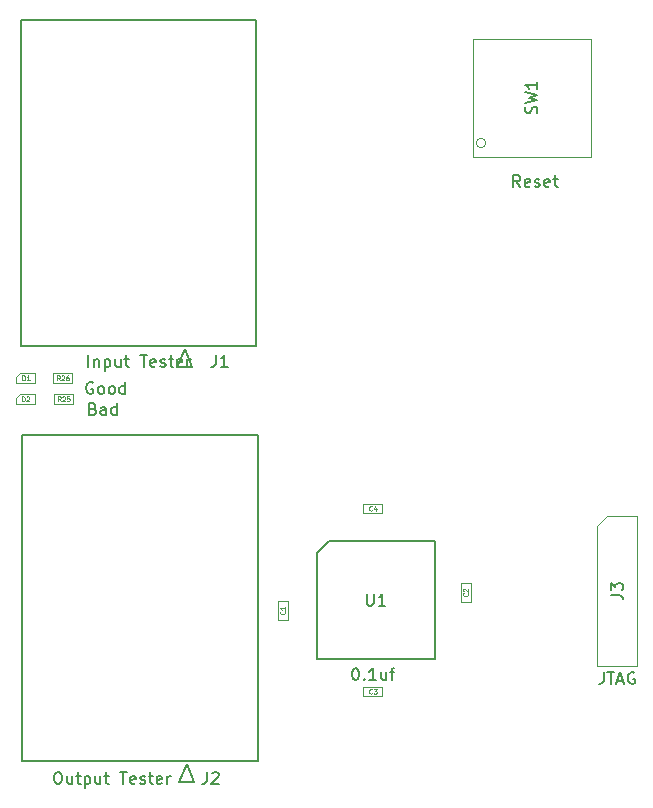
<source format=gbr>
%TF.GenerationSoftware,KiCad,Pcbnew,7.0.10*%
%TF.CreationDate,2024-02-20T17:57:49-08:00*%
%TF.ProjectId,HarnessTesterAll,4861726e-6573-4735-9465-73746572416c,rev?*%
%TF.SameCoordinates,Original*%
%TF.FileFunction,AssemblyDrawing,Top*%
%FSLAX46Y46*%
G04 Gerber Fmt 4.6, Leading zero omitted, Abs format (unit mm)*
G04 Created by KiCad (PCBNEW 7.0.10) date 2024-02-20 17:57:49*
%MOMM*%
%LPD*%
G01*
G04 APERTURE LIST*
%ADD10C,0.060000*%
%ADD11C,0.150000*%
%ADD12C,0.100000*%
%ADD13C,0.127000*%
G04 APERTURE END LIST*
D10*
X92122697Y-93527654D02*
X91989364Y-93337178D01*
X91894126Y-93527654D02*
X91894126Y-93127654D01*
X91894126Y-93127654D02*
X92046507Y-93127654D01*
X92046507Y-93127654D02*
X92084602Y-93146702D01*
X92084602Y-93146702D02*
X92103649Y-93165749D01*
X92103649Y-93165749D02*
X92122697Y-93203845D01*
X92122697Y-93203845D02*
X92122697Y-93260987D01*
X92122697Y-93260987D02*
X92103649Y-93299083D01*
X92103649Y-93299083D02*
X92084602Y-93318130D01*
X92084602Y-93318130D02*
X92046507Y-93337178D01*
X92046507Y-93337178D02*
X91894126Y-93337178D01*
X92275078Y-93165749D02*
X92294126Y-93146702D01*
X92294126Y-93146702D02*
X92332221Y-93127654D01*
X92332221Y-93127654D02*
X92427459Y-93127654D01*
X92427459Y-93127654D02*
X92465554Y-93146702D01*
X92465554Y-93146702D02*
X92484602Y-93165749D01*
X92484602Y-93165749D02*
X92503649Y-93203845D01*
X92503649Y-93203845D02*
X92503649Y-93241940D01*
X92503649Y-93241940D02*
X92484602Y-93299083D01*
X92484602Y-93299083D02*
X92256030Y-93527654D01*
X92256030Y-93527654D02*
X92503649Y-93527654D01*
X92846506Y-93127654D02*
X92770316Y-93127654D01*
X92770316Y-93127654D02*
X92732220Y-93146702D01*
X92732220Y-93146702D02*
X92713173Y-93165749D01*
X92713173Y-93165749D02*
X92675078Y-93222892D01*
X92675078Y-93222892D02*
X92656030Y-93299083D01*
X92656030Y-93299083D02*
X92656030Y-93451464D01*
X92656030Y-93451464D02*
X92675078Y-93489559D01*
X92675078Y-93489559D02*
X92694125Y-93508607D01*
X92694125Y-93508607D02*
X92732220Y-93527654D01*
X92732220Y-93527654D02*
X92808411Y-93527654D01*
X92808411Y-93527654D02*
X92846506Y-93508607D01*
X92846506Y-93508607D02*
X92865554Y-93489559D01*
X92865554Y-93489559D02*
X92884601Y-93451464D01*
X92884601Y-93451464D02*
X92884601Y-93356226D01*
X92884601Y-93356226D02*
X92865554Y-93318130D01*
X92865554Y-93318130D02*
X92846506Y-93299083D01*
X92846506Y-93299083D02*
X92808411Y-93280035D01*
X92808411Y-93280035D02*
X92732220Y-93280035D01*
X92732220Y-93280035D02*
X92694125Y-93299083D01*
X92694125Y-93299083D02*
X92675078Y-93318130D01*
X92675078Y-93318130D02*
X92656030Y-93356226D01*
D11*
X91877141Y-126708819D02*
X92067617Y-126708819D01*
X92067617Y-126708819D02*
X92162855Y-126756438D01*
X92162855Y-126756438D02*
X92258093Y-126851676D01*
X92258093Y-126851676D02*
X92305712Y-127042152D01*
X92305712Y-127042152D02*
X92305712Y-127375485D01*
X92305712Y-127375485D02*
X92258093Y-127565961D01*
X92258093Y-127565961D02*
X92162855Y-127661200D01*
X92162855Y-127661200D02*
X92067617Y-127708819D01*
X92067617Y-127708819D02*
X91877141Y-127708819D01*
X91877141Y-127708819D02*
X91781903Y-127661200D01*
X91781903Y-127661200D02*
X91686665Y-127565961D01*
X91686665Y-127565961D02*
X91639046Y-127375485D01*
X91639046Y-127375485D02*
X91639046Y-127042152D01*
X91639046Y-127042152D02*
X91686665Y-126851676D01*
X91686665Y-126851676D02*
X91781903Y-126756438D01*
X91781903Y-126756438D02*
X91877141Y-126708819D01*
X93162855Y-127042152D02*
X93162855Y-127708819D01*
X92734284Y-127042152D02*
X92734284Y-127565961D01*
X92734284Y-127565961D02*
X92781903Y-127661200D01*
X92781903Y-127661200D02*
X92877141Y-127708819D01*
X92877141Y-127708819D02*
X93019998Y-127708819D01*
X93019998Y-127708819D02*
X93115236Y-127661200D01*
X93115236Y-127661200D02*
X93162855Y-127613580D01*
X93496189Y-127042152D02*
X93877141Y-127042152D01*
X93639046Y-126708819D02*
X93639046Y-127565961D01*
X93639046Y-127565961D02*
X93686665Y-127661200D01*
X93686665Y-127661200D02*
X93781903Y-127708819D01*
X93781903Y-127708819D02*
X93877141Y-127708819D01*
X94210475Y-127042152D02*
X94210475Y-128042152D01*
X94210475Y-127089771D02*
X94305713Y-127042152D01*
X94305713Y-127042152D02*
X94496189Y-127042152D01*
X94496189Y-127042152D02*
X94591427Y-127089771D01*
X94591427Y-127089771D02*
X94639046Y-127137390D01*
X94639046Y-127137390D02*
X94686665Y-127232628D01*
X94686665Y-127232628D02*
X94686665Y-127518342D01*
X94686665Y-127518342D02*
X94639046Y-127613580D01*
X94639046Y-127613580D02*
X94591427Y-127661200D01*
X94591427Y-127661200D02*
X94496189Y-127708819D01*
X94496189Y-127708819D02*
X94305713Y-127708819D01*
X94305713Y-127708819D02*
X94210475Y-127661200D01*
X95543808Y-127042152D02*
X95543808Y-127708819D01*
X95115237Y-127042152D02*
X95115237Y-127565961D01*
X95115237Y-127565961D02*
X95162856Y-127661200D01*
X95162856Y-127661200D02*
X95258094Y-127708819D01*
X95258094Y-127708819D02*
X95400951Y-127708819D01*
X95400951Y-127708819D02*
X95496189Y-127661200D01*
X95496189Y-127661200D02*
X95543808Y-127613580D01*
X95877142Y-127042152D02*
X96258094Y-127042152D01*
X96019999Y-126708819D02*
X96019999Y-127565961D01*
X96019999Y-127565961D02*
X96067618Y-127661200D01*
X96067618Y-127661200D02*
X96162856Y-127708819D01*
X96162856Y-127708819D02*
X96258094Y-127708819D01*
X97210476Y-126708819D02*
X97781904Y-126708819D01*
X97496190Y-127708819D02*
X97496190Y-126708819D01*
X98496190Y-127661200D02*
X98400952Y-127708819D01*
X98400952Y-127708819D02*
X98210476Y-127708819D01*
X98210476Y-127708819D02*
X98115238Y-127661200D01*
X98115238Y-127661200D02*
X98067619Y-127565961D01*
X98067619Y-127565961D02*
X98067619Y-127185009D01*
X98067619Y-127185009D02*
X98115238Y-127089771D01*
X98115238Y-127089771D02*
X98210476Y-127042152D01*
X98210476Y-127042152D02*
X98400952Y-127042152D01*
X98400952Y-127042152D02*
X98496190Y-127089771D01*
X98496190Y-127089771D02*
X98543809Y-127185009D01*
X98543809Y-127185009D02*
X98543809Y-127280247D01*
X98543809Y-127280247D02*
X98067619Y-127375485D01*
X98924762Y-127661200D02*
X99020000Y-127708819D01*
X99020000Y-127708819D02*
X99210476Y-127708819D01*
X99210476Y-127708819D02*
X99305714Y-127661200D01*
X99305714Y-127661200D02*
X99353333Y-127565961D01*
X99353333Y-127565961D02*
X99353333Y-127518342D01*
X99353333Y-127518342D02*
X99305714Y-127423104D01*
X99305714Y-127423104D02*
X99210476Y-127375485D01*
X99210476Y-127375485D02*
X99067619Y-127375485D01*
X99067619Y-127375485D02*
X98972381Y-127327866D01*
X98972381Y-127327866D02*
X98924762Y-127232628D01*
X98924762Y-127232628D02*
X98924762Y-127185009D01*
X98924762Y-127185009D02*
X98972381Y-127089771D01*
X98972381Y-127089771D02*
X99067619Y-127042152D01*
X99067619Y-127042152D02*
X99210476Y-127042152D01*
X99210476Y-127042152D02*
X99305714Y-127089771D01*
X99639048Y-127042152D02*
X100020000Y-127042152D01*
X99781905Y-126708819D02*
X99781905Y-127565961D01*
X99781905Y-127565961D02*
X99829524Y-127661200D01*
X99829524Y-127661200D02*
X99924762Y-127708819D01*
X99924762Y-127708819D02*
X100020000Y-127708819D01*
X100734286Y-127661200D02*
X100639048Y-127708819D01*
X100639048Y-127708819D02*
X100448572Y-127708819D01*
X100448572Y-127708819D02*
X100353334Y-127661200D01*
X100353334Y-127661200D02*
X100305715Y-127565961D01*
X100305715Y-127565961D02*
X100305715Y-127185009D01*
X100305715Y-127185009D02*
X100353334Y-127089771D01*
X100353334Y-127089771D02*
X100448572Y-127042152D01*
X100448572Y-127042152D02*
X100639048Y-127042152D01*
X100639048Y-127042152D02*
X100734286Y-127089771D01*
X100734286Y-127089771D02*
X100781905Y-127185009D01*
X100781905Y-127185009D02*
X100781905Y-127280247D01*
X100781905Y-127280247D02*
X100305715Y-127375485D01*
X101210477Y-127708819D02*
X101210477Y-127042152D01*
X101210477Y-127232628D02*
X101258096Y-127137390D01*
X101258096Y-127137390D02*
X101305715Y-127089771D01*
X101305715Y-127089771D02*
X101400953Y-127042152D01*
X101400953Y-127042152D02*
X101496191Y-127042152D01*
X104568666Y-126708819D02*
X104568666Y-127423104D01*
X104568666Y-127423104D02*
X104521047Y-127565961D01*
X104521047Y-127565961D02*
X104425809Y-127661200D01*
X104425809Y-127661200D02*
X104282952Y-127708819D01*
X104282952Y-127708819D02*
X104187714Y-127708819D01*
X104997238Y-126804057D02*
X105044857Y-126756438D01*
X105044857Y-126756438D02*
X105140095Y-126708819D01*
X105140095Y-126708819D02*
X105378190Y-126708819D01*
X105378190Y-126708819D02*
X105473428Y-126756438D01*
X105473428Y-126756438D02*
X105521047Y-126804057D01*
X105521047Y-126804057D02*
X105568666Y-126899295D01*
X105568666Y-126899295D02*
X105568666Y-126994533D01*
X105568666Y-126994533D02*
X105521047Y-127137390D01*
X105521047Y-127137390D02*
X104949619Y-127708819D01*
X104949619Y-127708819D02*
X105568666Y-127708819D01*
X131095904Y-77162819D02*
X130762571Y-76686628D01*
X130524476Y-77162819D02*
X130524476Y-76162819D01*
X130524476Y-76162819D02*
X130905428Y-76162819D01*
X130905428Y-76162819D02*
X131000666Y-76210438D01*
X131000666Y-76210438D02*
X131048285Y-76258057D01*
X131048285Y-76258057D02*
X131095904Y-76353295D01*
X131095904Y-76353295D02*
X131095904Y-76496152D01*
X131095904Y-76496152D02*
X131048285Y-76591390D01*
X131048285Y-76591390D02*
X131000666Y-76639009D01*
X131000666Y-76639009D02*
X130905428Y-76686628D01*
X130905428Y-76686628D02*
X130524476Y-76686628D01*
X131905428Y-77115200D02*
X131810190Y-77162819D01*
X131810190Y-77162819D02*
X131619714Y-77162819D01*
X131619714Y-77162819D02*
X131524476Y-77115200D01*
X131524476Y-77115200D02*
X131476857Y-77019961D01*
X131476857Y-77019961D02*
X131476857Y-76639009D01*
X131476857Y-76639009D02*
X131524476Y-76543771D01*
X131524476Y-76543771D02*
X131619714Y-76496152D01*
X131619714Y-76496152D02*
X131810190Y-76496152D01*
X131810190Y-76496152D02*
X131905428Y-76543771D01*
X131905428Y-76543771D02*
X131953047Y-76639009D01*
X131953047Y-76639009D02*
X131953047Y-76734247D01*
X131953047Y-76734247D02*
X131476857Y-76829485D01*
X132334000Y-77115200D02*
X132429238Y-77162819D01*
X132429238Y-77162819D02*
X132619714Y-77162819D01*
X132619714Y-77162819D02*
X132714952Y-77115200D01*
X132714952Y-77115200D02*
X132762571Y-77019961D01*
X132762571Y-77019961D02*
X132762571Y-76972342D01*
X132762571Y-76972342D02*
X132714952Y-76877104D01*
X132714952Y-76877104D02*
X132619714Y-76829485D01*
X132619714Y-76829485D02*
X132476857Y-76829485D01*
X132476857Y-76829485D02*
X132381619Y-76781866D01*
X132381619Y-76781866D02*
X132334000Y-76686628D01*
X132334000Y-76686628D02*
X132334000Y-76639009D01*
X132334000Y-76639009D02*
X132381619Y-76543771D01*
X132381619Y-76543771D02*
X132476857Y-76496152D01*
X132476857Y-76496152D02*
X132619714Y-76496152D01*
X132619714Y-76496152D02*
X132714952Y-76543771D01*
X133572095Y-77115200D02*
X133476857Y-77162819D01*
X133476857Y-77162819D02*
X133286381Y-77162819D01*
X133286381Y-77162819D02*
X133191143Y-77115200D01*
X133191143Y-77115200D02*
X133143524Y-77019961D01*
X133143524Y-77019961D02*
X133143524Y-76639009D01*
X133143524Y-76639009D02*
X133191143Y-76543771D01*
X133191143Y-76543771D02*
X133286381Y-76496152D01*
X133286381Y-76496152D02*
X133476857Y-76496152D01*
X133476857Y-76496152D02*
X133572095Y-76543771D01*
X133572095Y-76543771D02*
X133619714Y-76639009D01*
X133619714Y-76639009D02*
X133619714Y-76734247D01*
X133619714Y-76734247D02*
X133143524Y-76829485D01*
X133905429Y-76496152D02*
X134286381Y-76496152D01*
X134048286Y-76162819D02*
X134048286Y-77019961D01*
X134048286Y-77019961D02*
X134095905Y-77115200D01*
X134095905Y-77115200D02*
X134191143Y-77162819D01*
X134191143Y-77162819D02*
X134286381Y-77162819D01*
X132487200Y-70929332D02*
X132534819Y-70786475D01*
X132534819Y-70786475D02*
X132534819Y-70548380D01*
X132534819Y-70548380D02*
X132487200Y-70453142D01*
X132487200Y-70453142D02*
X132439580Y-70405523D01*
X132439580Y-70405523D02*
X132344342Y-70357904D01*
X132344342Y-70357904D02*
X132249104Y-70357904D01*
X132249104Y-70357904D02*
X132153866Y-70405523D01*
X132153866Y-70405523D02*
X132106247Y-70453142D01*
X132106247Y-70453142D02*
X132058628Y-70548380D01*
X132058628Y-70548380D02*
X132011009Y-70738856D01*
X132011009Y-70738856D02*
X131963390Y-70834094D01*
X131963390Y-70834094D02*
X131915771Y-70881713D01*
X131915771Y-70881713D02*
X131820533Y-70929332D01*
X131820533Y-70929332D02*
X131725295Y-70929332D01*
X131725295Y-70929332D02*
X131630057Y-70881713D01*
X131630057Y-70881713D02*
X131582438Y-70834094D01*
X131582438Y-70834094D02*
X131534819Y-70738856D01*
X131534819Y-70738856D02*
X131534819Y-70500761D01*
X131534819Y-70500761D02*
X131582438Y-70357904D01*
X131534819Y-70024570D02*
X132534819Y-69786475D01*
X132534819Y-69786475D02*
X131820533Y-69595999D01*
X131820533Y-69595999D02*
X132534819Y-69405523D01*
X132534819Y-69405523D02*
X131534819Y-69167428D01*
X132534819Y-68262666D02*
X132534819Y-68834094D01*
X132534819Y-68548380D02*
X131534819Y-68548380D01*
X131534819Y-68548380D02*
X131677676Y-68643618D01*
X131677676Y-68643618D02*
X131772914Y-68738856D01*
X131772914Y-68738856D02*
X131820533Y-68834094D01*
X138152333Y-118243819D02*
X138152333Y-118958104D01*
X138152333Y-118958104D02*
X138104714Y-119100961D01*
X138104714Y-119100961D02*
X138009476Y-119196200D01*
X138009476Y-119196200D02*
X137866619Y-119243819D01*
X137866619Y-119243819D02*
X137771381Y-119243819D01*
X138485667Y-118243819D02*
X139057095Y-118243819D01*
X138771381Y-119243819D02*
X138771381Y-118243819D01*
X139342810Y-118958104D02*
X139819000Y-118958104D01*
X139247572Y-119243819D02*
X139580905Y-118243819D01*
X139580905Y-118243819D02*
X139914238Y-119243819D01*
X140771381Y-118291438D02*
X140676143Y-118243819D01*
X140676143Y-118243819D02*
X140533286Y-118243819D01*
X140533286Y-118243819D02*
X140390429Y-118291438D01*
X140390429Y-118291438D02*
X140295191Y-118386676D01*
X140295191Y-118386676D02*
X140247572Y-118481914D01*
X140247572Y-118481914D02*
X140199953Y-118672390D01*
X140199953Y-118672390D02*
X140199953Y-118815247D01*
X140199953Y-118815247D02*
X140247572Y-119005723D01*
X140247572Y-119005723D02*
X140295191Y-119100961D01*
X140295191Y-119100961D02*
X140390429Y-119196200D01*
X140390429Y-119196200D02*
X140533286Y-119243819D01*
X140533286Y-119243819D02*
X140628524Y-119243819D01*
X140628524Y-119243819D02*
X140771381Y-119196200D01*
X140771381Y-119196200D02*
X140819000Y-119148580D01*
X140819000Y-119148580D02*
X140819000Y-118815247D01*
X140819000Y-118815247D02*
X140628524Y-118815247D01*
X138773819Y-111712333D02*
X139488104Y-111712333D01*
X139488104Y-111712333D02*
X139630961Y-111759952D01*
X139630961Y-111759952D02*
X139726200Y-111855190D01*
X139726200Y-111855190D02*
X139773819Y-111998047D01*
X139773819Y-111998047D02*
X139773819Y-112093285D01*
X138773819Y-111331380D02*
X138773819Y-110712333D01*
X138773819Y-110712333D02*
X139154771Y-111045666D01*
X139154771Y-111045666D02*
X139154771Y-110902809D01*
X139154771Y-110902809D02*
X139202390Y-110807571D01*
X139202390Y-110807571D02*
X139250009Y-110759952D01*
X139250009Y-110759952D02*
X139345247Y-110712333D01*
X139345247Y-110712333D02*
X139583342Y-110712333D01*
X139583342Y-110712333D02*
X139678580Y-110759952D01*
X139678580Y-110759952D02*
X139726200Y-110807571D01*
X139726200Y-110807571D02*
X139773819Y-110902809D01*
X139773819Y-110902809D02*
X139773819Y-111188523D01*
X139773819Y-111188523D02*
X139726200Y-111283761D01*
X139726200Y-111283761D02*
X139678580Y-111331380D01*
D10*
X118551333Y-104537832D02*
X118532285Y-104556880D01*
X118532285Y-104556880D02*
X118475143Y-104575927D01*
X118475143Y-104575927D02*
X118437047Y-104575927D01*
X118437047Y-104575927D02*
X118379904Y-104556880D01*
X118379904Y-104556880D02*
X118341809Y-104518784D01*
X118341809Y-104518784D02*
X118322762Y-104480689D01*
X118322762Y-104480689D02*
X118303714Y-104404499D01*
X118303714Y-104404499D02*
X118303714Y-104347356D01*
X118303714Y-104347356D02*
X118322762Y-104271165D01*
X118322762Y-104271165D02*
X118341809Y-104233070D01*
X118341809Y-104233070D02*
X118379904Y-104194975D01*
X118379904Y-104194975D02*
X118437047Y-104175927D01*
X118437047Y-104175927D02*
X118475143Y-104175927D01*
X118475143Y-104175927D02*
X118532285Y-104194975D01*
X118532285Y-104194975D02*
X118551333Y-104214022D01*
X118894190Y-104309260D02*
X118894190Y-104575927D01*
X118798952Y-104156880D02*
X118703714Y-104442594D01*
X118703714Y-104442594D02*
X118951333Y-104442594D01*
X111141832Y-113096666D02*
X111160880Y-113115714D01*
X111160880Y-113115714D02*
X111179927Y-113172856D01*
X111179927Y-113172856D02*
X111179927Y-113210952D01*
X111179927Y-113210952D02*
X111160880Y-113268095D01*
X111160880Y-113268095D02*
X111122784Y-113306190D01*
X111122784Y-113306190D02*
X111084689Y-113325237D01*
X111084689Y-113325237D02*
X111008499Y-113344285D01*
X111008499Y-113344285D02*
X110951356Y-113344285D01*
X110951356Y-113344285D02*
X110875165Y-113325237D01*
X110875165Y-113325237D02*
X110837070Y-113306190D01*
X110837070Y-113306190D02*
X110798975Y-113268095D01*
X110798975Y-113268095D02*
X110779927Y-113210952D01*
X110779927Y-113210952D02*
X110779927Y-113172856D01*
X110779927Y-113172856D02*
X110798975Y-113115714D01*
X110798975Y-113115714D02*
X110818022Y-113096666D01*
X111179927Y-112715714D02*
X111179927Y-112944285D01*
X111179927Y-112829999D02*
X110779927Y-112829999D01*
X110779927Y-112829999D02*
X110837070Y-112868095D01*
X110837070Y-112868095D02*
X110875165Y-112906190D01*
X110875165Y-112906190D02*
X110894213Y-112944285D01*
D11*
X94924666Y-95943009D02*
X95067523Y-95990628D01*
X95067523Y-95990628D02*
X95115142Y-96038247D01*
X95115142Y-96038247D02*
X95162761Y-96133485D01*
X95162761Y-96133485D02*
X95162761Y-96276342D01*
X95162761Y-96276342D02*
X95115142Y-96371580D01*
X95115142Y-96371580D02*
X95067523Y-96419200D01*
X95067523Y-96419200D02*
X94972285Y-96466819D01*
X94972285Y-96466819D02*
X94591333Y-96466819D01*
X94591333Y-96466819D02*
X94591333Y-95466819D01*
X94591333Y-95466819D02*
X94924666Y-95466819D01*
X94924666Y-95466819D02*
X95019904Y-95514438D01*
X95019904Y-95514438D02*
X95067523Y-95562057D01*
X95067523Y-95562057D02*
X95115142Y-95657295D01*
X95115142Y-95657295D02*
X95115142Y-95752533D01*
X95115142Y-95752533D02*
X95067523Y-95847771D01*
X95067523Y-95847771D02*
X95019904Y-95895390D01*
X95019904Y-95895390D02*
X94924666Y-95943009D01*
X94924666Y-95943009D02*
X94591333Y-95943009D01*
X96019904Y-96466819D02*
X96019904Y-95943009D01*
X96019904Y-95943009D02*
X95972285Y-95847771D01*
X95972285Y-95847771D02*
X95877047Y-95800152D01*
X95877047Y-95800152D02*
X95686571Y-95800152D01*
X95686571Y-95800152D02*
X95591333Y-95847771D01*
X96019904Y-96419200D02*
X95924666Y-96466819D01*
X95924666Y-96466819D02*
X95686571Y-96466819D01*
X95686571Y-96466819D02*
X95591333Y-96419200D01*
X95591333Y-96419200D02*
X95543714Y-96323961D01*
X95543714Y-96323961D02*
X95543714Y-96228723D01*
X95543714Y-96228723D02*
X95591333Y-96133485D01*
X95591333Y-96133485D02*
X95686571Y-96085866D01*
X95686571Y-96085866D02*
X95924666Y-96085866D01*
X95924666Y-96085866D02*
X96019904Y-96038247D01*
X96924666Y-96466819D02*
X96924666Y-95466819D01*
X96924666Y-96419200D02*
X96829428Y-96466819D01*
X96829428Y-96466819D02*
X96638952Y-96466819D01*
X96638952Y-96466819D02*
X96543714Y-96419200D01*
X96543714Y-96419200D02*
X96496095Y-96371580D01*
X96496095Y-96371580D02*
X96448476Y-96276342D01*
X96448476Y-96276342D02*
X96448476Y-95990628D01*
X96448476Y-95990628D02*
X96496095Y-95895390D01*
X96496095Y-95895390D02*
X96543714Y-95847771D01*
X96543714Y-95847771D02*
X96638952Y-95800152D01*
X96638952Y-95800152D02*
X96829428Y-95800152D01*
X96829428Y-95800152D02*
X96924666Y-95847771D01*
D10*
X88925761Y-95304927D02*
X88925761Y-94904927D01*
X88925761Y-94904927D02*
X89020999Y-94904927D01*
X89020999Y-94904927D02*
X89078142Y-94923975D01*
X89078142Y-94923975D02*
X89116237Y-94962070D01*
X89116237Y-94962070D02*
X89135284Y-95000165D01*
X89135284Y-95000165D02*
X89154332Y-95076356D01*
X89154332Y-95076356D02*
X89154332Y-95133499D01*
X89154332Y-95133499D02*
X89135284Y-95209689D01*
X89135284Y-95209689D02*
X89116237Y-95247784D01*
X89116237Y-95247784D02*
X89078142Y-95285880D01*
X89078142Y-95285880D02*
X89020999Y-95304927D01*
X89020999Y-95304927D02*
X88925761Y-95304927D01*
X89306713Y-94943022D02*
X89325761Y-94923975D01*
X89325761Y-94923975D02*
X89363856Y-94904927D01*
X89363856Y-94904927D02*
X89459094Y-94904927D01*
X89459094Y-94904927D02*
X89497189Y-94923975D01*
X89497189Y-94923975D02*
X89516237Y-94943022D01*
X89516237Y-94943022D02*
X89535284Y-94981118D01*
X89535284Y-94981118D02*
X89535284Y-95019213D01*
X89535284Y-95019213D02*
X89516237Y-95076356D01*
X89516237Y-95076356D02*
X89287665Y-95304927D01*
X89287665Y-95304927D02*
X89535284Y-95304927D01*
X126635832Y-111559666D02*
X126654880Y-111578714D01*
X126654880Y-111578714D02*
X126673927Y-111635856D01*
X126673927Y-111635856D02*
X126673927Y-111673952D01*
X126673927Y-111673952D02*
X126654880Y-111731095D01*
X126654880Y-111731095D02*
X126616784Y-111769190D01*
X126616784Y-111769190D02*
X126578689Y-111788237D01*
X126578689Y-111788237D02*
X126502499Y-111807285D01*
X126502499Y-111807285D02*
X126445356Y-111807285D01*
X126445356Y-111807285D02*
X126369165Y-111788237D01*
X126369165Y-111788237D02*
X126331070Y-111769190D01*
X126331070Y-111769190D02*
X126292975Y-111731095D01*
X126292975Y-111731095D02*
X126273927Y-111673952D01*
X126273927Y-111673952D02*
X126273927Y-111635856D01*
X126273927Y-111635856D02*
X126292975Y-111578714D01*
X126292975Y-111578714D02*
X126312022Y-111559666D01*
X126312022Y-111407285D02*
X126292975Y-111388237D01*
X126292975Y-111388237D02*
X126273927Y-111350142D01*
X126273927Y-111350142D02*
X126273927Y-111254904D01*
X126273927Y-111254904D02*
X126292975Y-111216809D01*
X126292975Y-111216809D02*
X126312022Y-111197761D01*
X126312022Y-111197761D02*
X126350118Y-111178714D01*
X126350118Y-111178714D02*
X126388213Y-111178714D01*
X126388213Y-111178714D02*
X126445356Y-111197761D01*
X126445356Y-111197761D02*
X126673927Y-111426333D01*
X126673927Y-111426333D02*
X126673927Y-111178714D01*
D11*
X94916761Y-93736438D02*
X94821523Y-93688819D01*
X94821523Y-93688819D02*
X94678666Y-93688819D01*
X94678666Y-93688819D02*
X94535809Y-93736438D01*
X94535809Y-93736438D02*
X94440571Y-93831676D01*
X94440571Y-93831676D02*
X94392952Y-93926914D01*
X94392952Y-93926914D02*
X94345333Y-94117390D01*
X94345333Y-94117390D02*
X94345333Y-94260247D01*
X94345333Y-94260247D02*
X94392952Y-94450723D01*
X94392952Y-94450723D02*
X94440571Y-94545961D01*
X94440571Y-94545961D02*
X94535809Y-94641200D01*
X94535809Y-94641200D02*
X94678666Y-94688819D01*
X94678666Y-94688819D02*
X94773904Y-94688819D01*
X94773904Y-94688819D02*
X94916761Y-94641200D01*
X94916761Y-94641200D02*
X94964380Y-94593580D01*
X94964380Y-94593580D02*
X94964380Y-94260247D01*
X94964380Y-94260247D02*
X94773904Y-94260247D01*
X95535809Y-94688819D02*
X95440571Y-94641200D01*
X95440571Y-94641200D02*
X95392952Y-94593580D01*
X95392952Y-94593580D02*
X95345333Y-94498342D01*
X95345333Y-94498342D02*
X95345333Y-94212628D01*
X95345333Y-94212628D02*
X95392952Y-94117390D01*
X95392952Y-94117390D02*
X95440571Y-94069771D01*
X95440571Y-94069771D02*
X95535809Y-94022152D01*
X95535809Y-94022152D02*
X95678666Y-94022152D01*
X95678666Y-94022152D02*
X95773904Y-94069771D01*
X95773904Y-94069771D02*
X95821523Y-94117390D01*
X95821523Y-94117390D02*
X95869142Y-94212628D01*
X95869142Y-94212628D02*
X95869142Y-94498342D01*
X95869142Y-94498342D02*
X95821523Y-94593580D01*
X95821523Y-94593580D02*
X95773904Y-94641200D01*
X95773904Y-94641200D02*
X95678666Y-94688819D01*
X95678666Y-94688819D02*
X95535809Y-94688819D01*
X96440571Y-94688819D02*
X96345333Y-94641200D01*
X96345333Y-94641200D02*
X96297714Y-94593580D01*
X96297714Y-94593580D02*
X96250095Y-94498342D01*
X96250095Y-94498342D02*
X96250095Y-94212628D01*
X96250095Y-94212628D02*
X96297714Y-94117390D01*
X96297714Y-94117390D02*
X96345333Y-94069771D01*
X96345333Y-94069771D02*
X96440571Y-94022152D01*
X96440571Y-94022152D02*
X96583428Y-94022152D01*
X96583428Y-94022152D02*
X96678666Y-94069771D01*
X96678666Y-94069771D02*
X96726285Y-94117390D01*
X96726285Y-94117390D02*
X96773904Y-94212628D01*
X96773904Y-94212628D02*
X96773904Y-94498342D01*
X96773904Y-94498342D02*
X96726285Y-94593580D01*
X96726285Y-94593580D02*
X96678666Y-94641200D01*
X96678666Y-94641200D02*
X96583428Y-94688819D01*
X96583428Y-94688819D02*
X96440571Y-94688819D01*
X97631047Y-94688819D02*
X97631047Y-93688819D01*
X97631047Y-94641200D02*
X97535809Y-94688819D01*
X97535809Y-94688819D02*
X97345333Y-94688819D01*
X97345333Y-94688819D02*
X97250095Y-94641200D01*
X97250095Y-94641200D02*
X97202476Y-94593580D01*
X97202476Y-94593580D02*
X97154857Y-94498342D01*
X97154857Y-94498342D02*
X97154857Y-94212628D01*
X97154857Y-94212628D02*
X97202476Y-94117390D01*
X97202476Y-94117390D02*
X97250095Y-94069771D01*
X97250095Y-94069771D02*
X97345333Y-94022152D01*
X97345333Y-94022152D02*
X97535809Y-94022152D01*
X97535809Y-94022152D02*
X97631047Y-94069771D01*
D10*
X88948102Y-93527654D02*
X88948102Y-93127654D01*
X88948102Y-93127654D02*
X89043340Y-93127654D01*
X89043340Y-93127654D02*
X89100483Y-93146702D01*
X89100483Y-93146702D02*
X89138578Y-93184797D01*
X89138578Y-93184797D02*
X89157625Y-93222892D01*
X89157625Y-93222892D02*
X89176673Y-93299083D01*
X89176673Y-93299083D02*
X89176673Y-93356226D01*
X89176673Y-93356226D02*
X89157625Y-93432416D01*
X89157625Y-93432416D02*
X89138578Y-93470511D01*
X89138578Y-93470511D02*
X89100483Y-93508607D01*
X89100483Y-93508607D02*
X89043340Y-93527654D01*
X89043340Y-93527654D02*
X88948102Y-93527654D01*
X89557625Y-93527654D02*
X89329054Y-93527654D01*
X89443340Y-93527654D02*
X89443340Y-93127654D01*
X89443340Y-93127654D02*
X89405244Y-93184797D01*
X89405244Y-93184797D02*
X89367149Y-93222892D01*
X89367149Y-93222892D02*
X89329054Y-93241940D01*
D11*
X117118000Y-117912819D02*
X117213238Y-117912819D01*
X117213238Y-117912819D02*
X117308476Y-117960438D01*
X117308476Y-117960438D02*
X117356095Y-118008057D01*
X117356095Y-118008057D02*
X117403714Y-118103295D01*
X117403714Y-118103295D02*
X117451333Y-118293771D01*
X117451333Y-118293771D02*
X117451333Y-118531866D01*
X117451333Y-118531866D02*
X117403714Y-118722342D01*
X117403714Y-118722342D02*
X117356095Y-118817580D01*
X117356095Y-118817580D02*
X117308476Y-118865200D01*
X117308476Y-118865200D02*
X117213238Y-118912819D01*
X117213238Y-118912819D02*
X117118000Y-118912819D01*
X117118000Y-118912819D02*
X117022762Y-118865200D01*
X117022762Y-118865200D02*
X116975143Y-118817580D01*
X116975143Y-118817580D02*
X116927524Y-118722342D01*
X116927524Y-118722342D02*
X116879905Y-118531866D01*
X116879905Y-118531866D02*
X116879905Y-118293771D01*
X116879905Y-118293771D02*
X116927524Y-118103295D01*
X116927524Y-118103295D02*
X116975143Y-118008057D01*
X116975143Y-118008057D02*
X117022762Y-117960438D01*
X117022762Y-117960438D02*
X117118000Y-117912819D01*
X117879905Y-118817580D02*
X117927524Y-118865200D01*
X117927524Y-118865200D02*
X117879905Y-118912819D01*
X117879905Y-118912819D02*
X117832286Y-118865200D01*
X117832286Y-118865200D02*
X117879905Y-118817580D01*
X117879905Y-118817580D02*
X117879905Y-118912819D01*
X118879904Y-118912819D02*
X118308476Y-118912819D01*
X118594190Y-118912819D02*
X118594190Y-117912819D01*
X118594190Y-117912819D02*
X118498952Y-118055676D01*
X118498952Y-118055676D02*
X118403714Y-118150914D01*
X118403714Y-118150914D02*
X118308476Y-118198533D01*
X119737047Y-118246152D02*
X119737047Y-118912819D01*
X119308476Y-118246152D02*
X119308476Y-118769961D01*
X119308476Y-118769961D02*
X119356095Y-118865200D01*
X119356095Y-118865200D02*
X119451333Y-118912819D01*
X119451333Y-118912819D02*
X119594190Y-118912819D01*
X119594190Y-118912819D02*
X119689428Y-118865200D01*
X119689428Y-118865200D02*
X119737047Y-118817580D01*
X120070381Y-118246152D02*
X120451333Y-118246152D01*
X120213238Y-118912819D02*
X120213238Y-118055676D01*
X120213238Y-118055676D02*
X120260857Y-117960438D01*
X120260857Y-117960438D02*
X120356095Y-117912819D01*
X120356095Y-117912819D02*
X120451333Y-117912819D01*
D10*
X118551333Y-120031832D02*
X118532285Y-120050880D01*
X118532285Y-120050880D02*
X118475143Y-120069927D01*
X118475143Y-120069927D02*
X118437047Y-120069927D01*
X118437047Y-120069927D02*
X118379904Y-120050880D01*
X118379904Y-120050880D02*
X118341809Y-120012784D01*
X118341809Y-120012784D02*
X118322762Y-119974689D01*
X118322762Y-119974689D02*
X118303714Y-119898499D01*
X118303714Y-119898499D02*
X118303714Y-119841356D01*
X118303714Y-119841356D02*
X118322762Y-119765165D01*
X118322762Y-119765165D02*
X118341809Y-119727070D01*
X118341809Y-119727070D02*
X118379904Y-119688975D01*
X118379904Y-119688975D02*
X118437047Y-119669927D01*
X118437047Y-119669927D02*
X118475143Y-119669927D01*
X118475143Y-119669927D02*
X118532285Y-119688975D01*
X118532285Y-119688975D02*
X118551333Y-119708022D01*
X118684666Y-119669927D02*
X118932285Y-119669927D01*
X118932285Y-119669927D02*
X118798952Y-119822308D01*
X118798952Y-119822308D02*
X118856095Y-119822308D01*
X118856095Y-119822308D02*
X118894190Y-119841356D01*
X118894190Y-119841356D02*
X118913238Y-119860403D01*
X118913238Y-119860403D02*
X118932285Y-119898499D01*
X118932285Y-119898499D02*
X118932285Y-119993737D01*
X118932285Y-119993737D02*
X118913238Y-120031832D01*
X118913238Y-120031832D02*
X118894190Y-120050880D01*
X118894190Y-120050880D02*
X118856095Y-120069927D01*
X118856095Y-120069927D02*
X118741809Y-120069927D01*
X118741809Y-120069927D02*
X118703714Y-120050880D01*
X118703714Y-120050880D02*
X118684666Y-120031832D01*
X92176356Y-95304927D02*
X92043023Y-95114451D01*
X91947785Y-95304927D02*
X91947785Y-94904927D01*
X91947785Y-94904927D02*
X92100166Y-94904927D01*
X92100166Y-94904927D02*
X92138261Y-94923975D01*
X92138261Y-94923975D02*
X92157308Y-94943022D01*
X92157308Y-94943022D02*
X92176356Y-94981118D01*
X92176356Y-94981118D02*
X92176356Y-95038260D01*
X92176356Y-95038260D02*
X92157308Y-95076356D01*
X92157308Y-95076356D02*
X92138261Y-95095403D01*
X92138261Y-95095403D02*
X92100166Y-95114451D01*
X92100166Y-95114451D02*
X91947785Y-95114451D01*
X92328737Y-94943022D02*
X92347785Y-94923975D01*
X92347785Y-94923975D02*
X92385880Y-94904927D01*
X92385880Y-94904927D02*
X92481118Y-94904927D01*
X92481118Y-94904927D02*
X92519213Y-94923975D01*
X92519213Y-94923975D02*
X92538261Y-94943022D01*
X92538261Y-94943022D02*
X92557308Y-94981118D01*
X92557308Y-94981118D02*
X92557308Y-95019213D01*
X92557308Y-95019213D02*
X92538261Y-95076356D01*
X92538261Y-95076356D02*
X92309689Y-95304927D01*
X92309689Y-95304927D02*
X92557308Y-95304927D01*
X92919213Y-94904927D02*
X92728737Y-94904927D01*
X92728737Y-94904927D02*
X92709689Y-95095403D01*
X92709689Y-95095403D02*
X92728737Y-95076356D01*
X92728737Y-95076356D02*
X92766832Y-95057308D01*
X92766832Y-95057308D02*
X92862070Y-95057308D01*
X92862070Y-95057308D02*
X92900165Y-95076356D01*
X92900165Y-95076356D02*
X92919213Y-95095403D01*
X92919213Y-95095403D02*
X92938260Y-95133499D01*
X92938260Y-95133499D02*
X92938260Y-95228737D01*
X92938260Y-95228737D02*
X92919213Y-95266832D01*
X92919213Y-95266832D02*
X92900165Y-95285880D01*
X92900165Y-95285880D02*
X92862070Y-95304927D01*
X92862070Y-95304927D02*
X92766832Y-95304927D01*
X92766832Y-95304927D02*
X92728737Y-95285880D01*
X92728737Y-95285880D02*
X92709689Y-95266832D01*
D11*
X94544094Y-92402819D02*
X94544094Y-91402819D01*
X95020284Y-91736152D02*
X95020284Y-92402819D01*
X95020284Y-91831390D02*
X95067903Y-91783771D01*
X95067903Y-91783771D02*
X95163141Y-91736152D01*
X95163141Y-91736152D02*
X95305998Y-91736152D01*
X95305998Y-91736152D02*
X95401236Y-91783771D01*
X95401236Y-91783771D02*
X95448855Y-91879009D01*
X95448855Y-91879009D02*
X95448855Y-92402819D01*
X95925046Y-91736152D02*
X95925046Y-92736152D01*
X95925046Y-91783771D02*
X96020284Y-91736152D01*
X96020284Y-91736152D02*
X96210760Y-91736152D01*
X96210760Y-91736152D02*
X96305998Y-91783771D01*
X96305998Y-91783771D02*
X96353617Y-91831390D01*
X96353617Y-91831390D02*
X96401236Y-91926628D01*
X96401236Y-91926628D02*
X96401236Y-92212342D01*
X96401236Y-92212342D02*
X96353617Y-92307580D01*
X96353617Y-92307580D02*
X96305998Y-92355200D01*
X96305998Y-92355200D02*
X96210760Y-92402819D01*
X96210760Y-92402819D02*
X96020284Y-92402819D01*
X96020284Y-92402819D02*
X95925046Y-92355200D01*
X97258379Y-91736152D02*
X97258379Y-92402819D01*
X96829808Y-91736152D02*
X96829808Y-92259961D01*
X96829808Y-92259961D02*
X96877427Y-92355200D01*
X96877427Y-92355200D02*
X96972665Y-92402819D01*
X96972665Y-92402819D02*
X97115522Y-92402819D01*
X97115522Y-92402819D02*
X97210760Y-92355200D01*
X97210760Y-92355200D02*
X97258379Y-92307580D01*
X97591713Y-91736152D02*
X97972665Y-91736152D01*
X97734570Y-91402819D02*
X97734570Y-92259961D01*
X97734570Y-92259961D02*
X97782189Y-92355200D01*
X97782189Y-92355200D02*
X97877427Y-92402819D01*
X97877427Y-92402819D02*
X97972665Y-92402819D01*
X98925047Y-91402819D02*
X99496475Y-91402819D01*
X99210761Y-92402819D02*
X99210761Y-91402819D01*
X100210761Y-92355200D02*
X100115523Y-92402819D01*
X100115523Y-92402819D02*
X99925047Y-92402819D01*
X99925047Y-92402819D02*
X99829809Y-92355200D01*
X99829809Y-92355200D02*
X99782190Y-92259961D01*
X99782190Y-92259961D02*
X99782190Y-91879009D01*
X99782190Y-91879009D02*
X99829809Y-91783771D01*
X99829809Y-91783771D02*
X99925047Y-91736152D01*
X99925047Y-91736152D02*
X100115523Y-91736152D01*
X100115523Y-91736152D02*
X100210761Y-91783771D01*
X100210761Y-91783771D02*
X100258380Y-91879009D01*
X100258380Y-91879009D02*
X100258380Y-91974247D01*
X100258380Y-91974247D02*
X99782190Y-92069485D01*
X100639333Y-92355200D02*
X100734571Y-92402819D01*
X100734571Y-92402819D02*
X100925047Y-92402819D01*
X100925047Y-92402819D02*
X101020285Y-92355200D01*
X101020285Y-92355200D02*
X101067904Y-92259961D01*
X101067904Y-92259961D02*
X101067904Y-92212342D01*
X101067904Y-92212342D02*
X101020285Y-92117104D01*
X101020285Y-92117104D02*
X100925047Y-92069485D01*
X100925047Y-92069485D02*
X100782190Y-92069485D01*
X100782190Y-92069485D02*
X100686952Y-92021866D01*
X100686952Y-92021866D02*
X100639333Y-91926628D01*
X100639333Y-91926628D02*
X100639333Y-91879009D01*
X100639333Y-91879009D02*
X100686952Y-91783771D01*
X100686952Y-91783771D02*
X100782190Y-91736152D01*
X100782190Y-91736152D02*
X100925047Y-91736152D01*
X100925047Y-91736152D02*
X101020285Y-91783771D01*
X101353619Y-91736152D02*
X101734571Y-91736152D01*
X101496476Y-91402819D02*
X101496476Y-92259961D01*
X101496476Y-92259961D02*
X101544095Y-92355200D01*
X101544095Y-92355200D02*
X101639333Y-92402819D01*
X101639333Y-92402819D02*
X101734571Y-92402819D01*
X102448857Y-92355200D02*
X102353619Y-92402819D01*
X102353619Y-92402819D02*
X102163143Y-92402819D01*
X102163143Y-92402819D02*
X102067905Y-92355200D01*
X102067905Y-92355200D02*
X102020286Y-92259961D01*
X102020286Y-92259961D02*
X102020286Y-91879009D01*
X102020286Y-91879009D02*
X102067905Y-91783771D01*
X102067905Y-91783771D02*
X102163143Y-91736152D01*
X102163143Y-91736152D02*
X102353619Y-91736152D01*
X102353619Y-91736152D02*
X102448857Y-91783771D01*
X102448857Y-91783771D02*
X102496476Y-91879009D01*
X102496476Y-91879009D02*
X102496476Y-91974247D01*
X102496476Y-91974247D02*
X102020286Y-92069485D01*
X102925048Y-92402819D02*
X102925048Y-91736152D01*
X102925048Y-91926628D02*
X102972667Y-91831390D01*
X102972667Y-91831390D02*
X103020286Y-91783771D01*
X103020286Y-91783771D02*
X103115524Y-91736152D01*
X103115524Y-91736152D02*
X103210762Y-91736152D01*
X105330666Y-91402819D02*
X105330666Y-92117104D01*
X105330666Y-92117104D02*
X105283047Y-92259961D01*
X105283047Y-92259961D02*
X105187809Y-92355200D01*
X105187809Y-92355200D02*
X105044952Y-92402819D01*
X105044952Y-92402819D02*
X104949714Y-92402819D01*
X106330666Y-92402819D02*
X105759238Y-92402819D01*
X106044952Y-92402819D02*
X106044952Y-91402819D01*
X106044952Y-91402819D02*
X105949714Y-91545676D01*
X105949714Y-91545676D02*
X105854476Y-91640914D01*
X105854476Y-91640914D02*
X105759238Y-91688533D01*
X118110095Y-111610819D02*
X118110095Y-112420342D01*
X118110095Y-112420342D02*
X118157714Y-112515580D01*
X118157714Y-112515580D02*
X118205333Y-112563200D01*
X118205333Y-112563200D02*
X118300571Y-112610819D01*
X118300571Y-112610819D02*
X118491047Y-112610819D01*
X118491047Y-112610819D02*
X118586285Y-112563200D01*
X118586285Y-112563200D02*
X118633904Y-112515580D01*
X118633904Y-112515580D02*
X118681523Y-112420342D01*
X118681523Y-112420342D02*
X118681523Y-111610819D01*
X119681523Y-112610819D02*
X119110095Y-112610819D01*
X119395809Y-112610819D02*
X119395809Y-111610819D01*
X119395809Y-111610819D02*
X119300571Y-111753676D01*
X119300571Y-111753676D02*
X119205333Y-111848914D01*
X119205333Y-111848914D02*
X119110095Y-111896533D01*
D12*
%TO.C,R26*%
X93179840Y-93758227D02*
X91579840Y-93758227D01*
X93179840Y-92933227D02*
X93179840Y-93758227D01*
X91579840Y-93758227D02*
X91579840Y-92933227D01*
X91579840Y-92933227D02*
X93179840Y-92933227D01*
D13*
%TO.C,J2*%
X108882498Y-98137030D02*
X88947499Y-98137030D01*
X88947499Y-98137030D02*
X88947499Y-125736975D01*
X108882498Y-125736975D02*
X108882498Y-98137030D01*
X88947499Y-125736975D02*
X108882498Y-125736975D01*
X102847499Y-125990975D02*
X103482499Y-127514975D01*
X103482499Y-127514975D02*
X102212499Y-127514975D01*
X102212499Y-127514975D02*
X102847499Y-125990975D01*
D12*
%TO.C,SW1*%
X127080000Y-74596000D02*
X127080000Y-64596000D01*
X137080000Y-74596000D02*
X127080000Y-74596000D01*
X127080000Y-64596000D02*
X137080000Y-64596000D01*
X137080000Y-64596000D02*
X137080000Y-74596000D01*
X128180000Y-73446000D02*
G75*
G03*
X127380000Y-73446000I-400000J0D01*
G01*
X127380000Y-73446000D02*
G75*
G03*
X128180000Y-73446000I400000J0D01*
G01*
%TO.C,J3*%
X137614000Y-105881500D02*
X138466500Y-105029000D01*
X137614000Y-117729000D02*
X137614000Y-105881500D01*
X138466500Y-105029000D02*
X141024000Y-105029000D01*
X141024000Y-105029000D02*
X141024000Y-117729000D01*
X141024000Y-117729000D02*
X137614000Y-117729000D01*
%TO.C,C4*%
X117818000Y-103994000D02*
X119418000Y-103994000D01*
X117818000Y-104794000D02*
X117818000Y-103994000D01*
X119418000Y-103994000D02*
X119418000Y-104794000D01*
X119418000Y-104794000D02*
X117818000Y-104794000D01*
%TO.C,C1*%
X111398000Y-112230000D02*
X111398000Y-113830000D01*
X110598000Y-112230000D02*
X111398000Y-112230000D01*
X111398000Y-113830000D02*
X110598000Y-113830000D01*
X110598000Y-113830000D02*
X110598000Y-112230000D01*
%TO.C,D2*%
X88420999Y-95023000D02*
X88420999Y-95523000D01*
X88420999Y-95523000D02*
X90020999Y-95523000D01*
X88720999Y-94723000D02*
X88420999Y-95023000D01*
X90020999Y-94723000D02*
X88720999Y-94723000D01*
X90020999Y-95523000D02*
X90020999Y-94723000D01*
%TO.C,C2*%
X126092000Y-112293000D02*
X126092000Y-110693000D01*
X126892000Y-112293000D02*
X126092000Y-112293000D01*
X126092000Y-110693000D02*
X126892000Y-110693000D01*
X126892000Y-110693000D02*
X126892000Y-112293000D01*
%TO.C,D1*%
X88443340Y-93245727D02*
X88443340Y-93745727D01*
X88443340Y-93745727D02*
X90043340Y-93745727D01*
X88743340Y-92945727D02*
X88443340Y-93245727D01*
X90043340Y-92945727D02*
X88743340Y-92945727D01*
X90043340Y-93745727D02*
X90043340Y-92945727D01*
%TO.C,C3*%
X119418000Y-120288000D02*
X117818000Y-120288000D01*
X119418000Y-119488000D02*
X119418000Y-120288000D01*
X117818000Y-120288000D02*
X117818000Y-119488000D01*
X117818000Y-119488000D02*
X119418000Y-119488000D01*
%TO.C,R25*%
X93233499Y-95535500D02*
X91633499Y-95535500D01*
X93233499Y-94710500D02*
X93233499Y-95535500D01*
X91633499Y-95535500D02*
X91633499Y-94710500D01*
X91633499Y-94710500D02*
X93233499Y-94710500D01*
D13*
%TO.C,J1*%
X108750998Y-63035028D02*
X88815999Y-63035028D01*
X88815999Y-63035028D02*
X88815999Y-90634973D01*
X108750998Y-90634973D02*
X108750998Y-63035028D01*
X88815999Y-90634973D02*
X108750998Y-90634973D01*
X102715999Y-90888973D02*
X103350999Y-92412973D01*
X103350999Y-92412973D02*
X102080999Y-92412973D01*
X102080999Y-92412973D02*
X102715999Y-90888973D01*
D11*
%TO.C,U1*%
X113872000Y-108156000D02*
X114872000Y-107156000D01*
X113872000Y-117156000D02*
X113872000Y-108156000D01*
X114872000Y-107156000D02*
X123872000Y-107156000D01*
X123872000Y-107156000D02*
X123872000Y-117156000D01*
X123872000Y-117156000D02*
X113872000Y-117156000D01*
%TD*%
M02*

</source>
